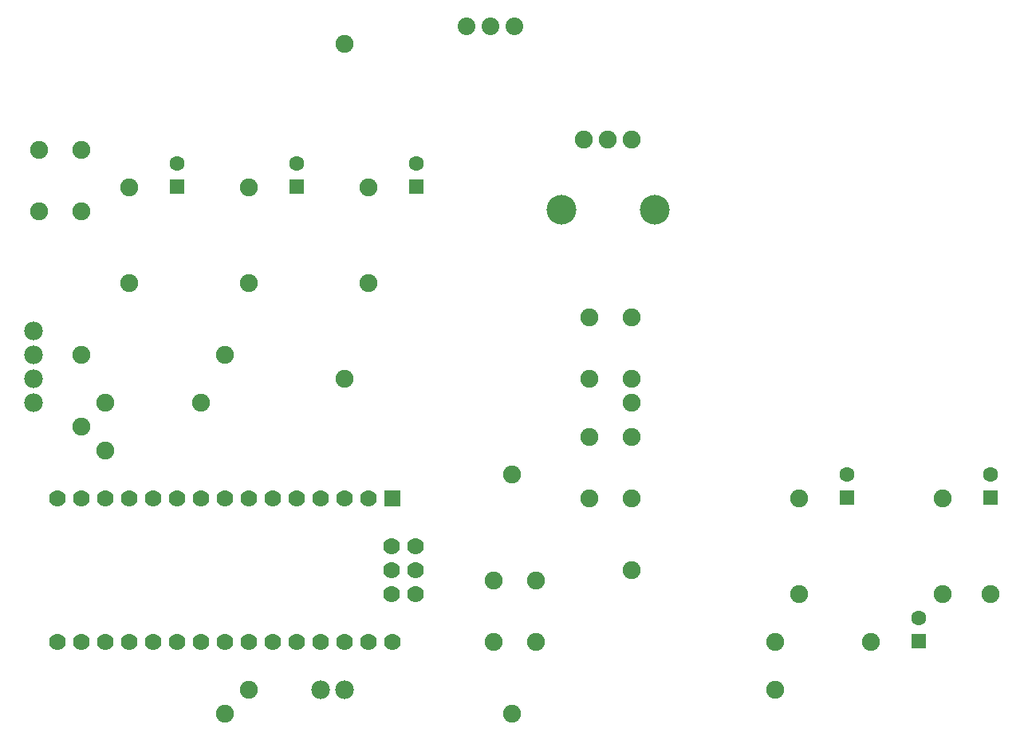
<source format=gtl>
G04 MADE WITH FRITZING*
G04 WWW.FRITZING.ORG*
G04 DOUBLE SIDED*
G04 HOLES PLATED*
G04 CONTOUR ON CENTER OF CONTOUR VECTOR*
%ASAXBY*%
%FSLAX23Y23*%
%MOIN*%
%OFA0B0*%
%SFA1.0B1.0*%
%ADD10C,0.075000*%
%ADD11C,0.070000*%
%ADD12C,0.078000*%
%ADD13C,0.062992*%
%ADD14C,0.074667*%
%ADD15C,0.074695*%
%ADD16C,0.124033*%
%ADD17C,0.073749*%
%ADD18R,0.070000X0.069958*%
%ADD19R,0.062992X0.062992*%
%LNCOPPER1*%
G90*
G70*
G54D10*
X669Y1473D03*
X3469Y473D03*
X1269Y473D03*
X2869Y1673D03*
X1169Y373D03*
X2869Y973D03*
X669Y1673D03*
X1069Y1673D03*
X569Y1873D03*
X1169Y1873D03*
X569Y1573D03*
X4369Y873D03*
X1669Y3173D03*
X1669Y1773D03*
X2369Y1373D03*
X2369Y373D03*
G54D11*
X1869Y1273D03*
X1769Y1273D03*
X1669Y1273D03*
X1569Y1273D03*
X1469Y1273D03*
X1369Y1273D03*
X1269Y1273D03*
X1169Y1273D03*
X1069Y1273D03*
X969Y1273D03*
X869Y1273D03*
X769Y1273D03*
X669Y1273D03*
X569Y1273D03*
X469Y1273D03*
X1869Y673D03*
X1769Y673D03*
X1669Y673D03*
X1569Y673D03*
X1469Y673D03*
X1369Y673D03*
X1269Y673D03*
X1169Y673D03*
X1069Y673D03*
X969Y673D03*
X869Y673D03*
X769Y673D03*
X669Y673D03*
X569Y673D03*
X469Y673D03*
X1965Y1072D03*
X1865Y1072D03*
X1965Y972D03*
X1865Y972D03*
X1965Y872D03*
X1865Y872D03*
G54D12*
X1569Y473D03*
X1669Y473D03*
X369Y1973D03*
X369Y1873D03*
X369Y1773D03*
X369Y1673D03*
G54D13*
X4069Y674D03*
X4069Y773D03*
X969Y2574D03*
X969Y2673D03*
X1469Y2574D03*
X1469Y2673D03*
X1969Y2574D03*
X1969Y2673D03*
X4369Y1274D03*
X4369Y1373D03*
X3769Y1274D03*
X3769Y1373D03*
G54D10*
X3469Y673D03*
X3869Y673D03*
X769Y2173D03*
X769Y2573D03*
X1269Y2173D03*
X1269Y2573D03*
X1769Y2173D03*
X1769Y2573D03*
X4169Y873D03*
X4169Y1273D03*
X3569Y873D03*
X3569Y1273D03*
G54D14*
X2869Y2773D03*
X2769Y2773D03*
G54D15*
X2669Y2773D03*
G54D16*
X2964Y2477D03*
X2575Y2477D03*
G54D10*
X2292Y673D03*
X2292Y929D03*
X2469Y673D03*
X2469Y929D03*
X2692Y1773D03*
X2692Y2029D03*
X2869Y1773D03*
X2869Y2029D03*
X392Y2473D03*
X392Y2729D03*
X569Y2473D03*
X569Y2729D03*
X2692Y1273D03*
X2692Y1529D03*
X2869Y1273D03*
X2869Y1529D03*
G54D17*
X2178Y3245D03*
X2278Y3245D03*
X2378Y3245D03*
G54D18*
X1869Y1273D03*
G54D19*
X4069Y674D03*
X969Y2574D03*
X1469Y2574D03*
X1969Y2574D03*
X4369Y1274D03*
X3769Y1274D03*
G04 End of Copper1*
M02*
</source>
